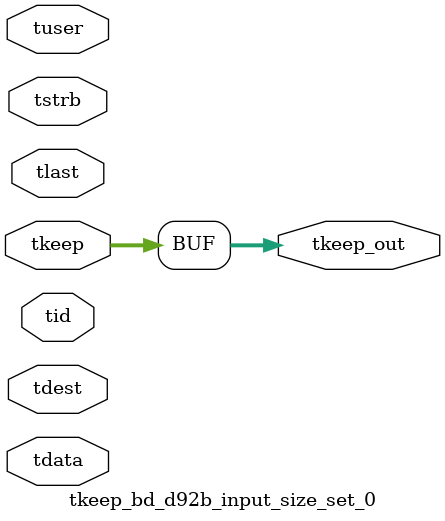
<source format=v>


`timescale 1ps/1ps

module tkeep_bd_d92b_input_size_set_0 #
(
parameter C_S_AXIS_TDATA_WIDTH = 32,
parameter C_S_AXIS_TUSER_WIDTH = 0,
parameter C_S_AXIS_TID_WIDTH   = 0,
parameter C_S_AXIS_TDEST_WIDTH = 0,
parameter C_M_AXIS_TDATA_WIDTH = 32
)
(
input  [(C_S_AXIS_TDATA_WIDTH == 0 ? 1 : C_S_AXIS_TDATA_WIDTH)-1:0     ] tdata,
input  [(C_S_AXIS_TUSER_WIDTH == 0 ? 1 : C_S_AXIS_TUSER_WIDTH)-1:0     ] tuser,
input  [(C_S_AXIS_TID_WIDTH   == 0 ? 1 : C_S_AXIS_TID_WIDTH)-1:0       ] tid,
input  [(C_S_AXIS_TDEST_WIDTH == 0 ? 1 : C_S_AXIS_TDEST_WIDTH)-1:0     ] tdest,
input  [(C_S_AXIS_TDATA_WIDTH/8)-1:0 ] tkeep,
input  [(C_S_AXIS_TDATA_WIDTH/8)-1:0 ] tstrb,
input                                                                    tlast,
output [(C_M_AXIS_TDATA_WIDTH/8)-1:0 ] tkeep_out
);

assign tkeep_out = {tkeep[7:0]};

endmodule


</source>
